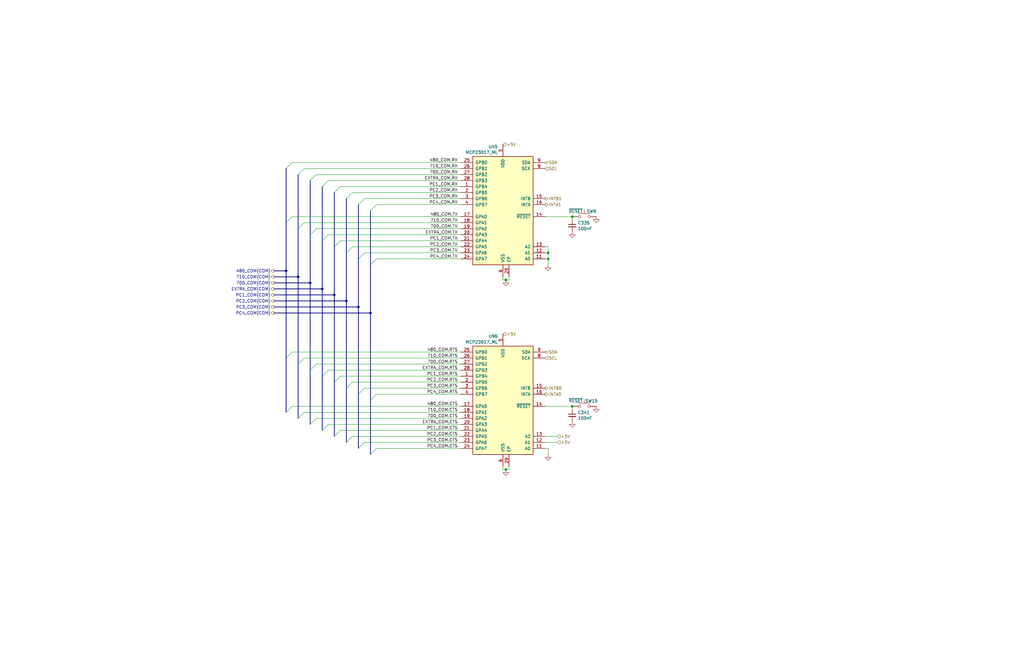
<source format=kicad_sch>
(kicad_sch (version 20250114) (generator "eeschema") (generator_version "9.0")
  (paper "B")
  (lib_symbols
    (symbol "Device:C_Small" (pin_numbers (hide yes)) (pin_names (offset 0.254) (hide yes))
      (property "Reference" "C" (at 0.254 1.778 0))
      (property "Value" "C_Small" (at 0.254 -2.032 0))
      (symbol "C_Small_0_1"
        (polyline (pts (xy -1.524 0.508) (xy 1.524 0.508)) (stroke (width 0.3048)))
        (polyline (pts (xy -1.524 -0.508) (xy 1.524 -0.508)) (stroke (width 0.3302)))
      )
      (symbol "C_Small_1_1"
        (pin passive line (at 0 2.54 270) (length 2.032) (name "~") (number "1"))
        (pin passive line (at 0 -2.54 90) (length 2.032) (name "~") (number "2"))
      )
    )
    (symbol "Interface_Expansion:MCP23017_ML" (pin_names (offset 1.016))
      (property "Reference" "U" (at -11.43 24.13 0))
      (property "Value" "MCP23017_ML" (at 0 0 0))
      (symbol "MCP23017_ML_0_1"
        (rectangle (start -12.7 22.86) (end 12.7 -22.86) (stroke (width 0.254)) (fill (type background)))
      )
      (symbol "MCP23017_ML_1_1"
        (pin bidirectional line (at -17.78 20.32 0) (length 5.08) (name "SDA") (number "9"))
        (pin input line (at -17.78 17.78 0) (length 5.08) (name "SCK") (number "8"))
        (pin tri_state line (at -17.78 5.08 0) (length 5.08) (name "INTB") (number "15"))
        (pin tri_state line (at -17.78 2.54 0) (length 5.08) (name "INTA") (number "16"))
        (pin input line (at -17.78 -2.54 0) (length 5.08) (name "~{RESET}") (number "14"))
        (pin input line (at -17.78 -15.24 0) (length 5.08) (name "A2") (number "13"))
        (pin input line (at -17.78 -17.78 0) (length 5.08) (name "A1") (number "12"))
        (pin input line (at -17.78 -20.32 0) (length 5.08) (name "A0") (number "11"))
        (pin no_connect line (at -12.7 15.24 0) (length 5.08) (hide yes) (name "NC") (number "7"))
        (pin no_connect line (at -12.7 12.7 0) (length 5.08) (hide yes) (name "NC") (number "10"))
        (pin passive line (at -2.54 -27.94 90) (length 5.08) (name "EP") (number "29"))
        (pin power_in line (at 0 27.94 270) (length 5.08) (name "VDD") (number "5"))
        (pin power_in line (at 0 -27.94 90) (length 5.08) (name "VSS") (number "6"))
        (pin bidirectional line (at 17.78 20.32 180) (length 5.08) (name "GPB0") (number "25"))
        (pin bidirectional line (at 17.78 17.78 180) (length 5.08) (name "GPB1") (number "26"))
        (pin bidirectional line (at 17.78 15.24 180) (length 5.08) (name "GPB2") (number "27"))
        (pin bidirectional line (at 17.78 12.7 180) (length 5.08) (name "GPB3") (number "28"))
        (pin bidirectional line (at 17.78 10.16 180) (length 5.08) (name "GPB4") (number "1"))
        (pin bidirectional line (at 17.78 7.62 180) (length 5.08) (name "GPB5") (number "2"))
        (pin bidirectional line (at 17.78 5.08 180) (length 5.08) (name "GPB6") (number "3"))
        (pin output line (at 17.78 2.54 180) (length 5.08) (name "GPB7") (number "4"))
        (pin bidirectional line (at 17.78 -2.54 180) (length 5.08) (name "GPA0") (number "17"))
        (pin bidirectional line (at 17.78 -5.08 180) (length 5.08) (name "GPA1") (number "18"))
        (pin bidirectional line (at 17.78 -7.62 180) (length 5.08) (name "GPA2") (number "19"))
        (pin bidirectional line (at 17.78 -10.16 180) (length 5.08) (name "GPA3") (number "20"))
        (pin bidirectional line (at 17.78 -12.7 180) (length 5.08) (name "GPA4") (number "21"))
        (pin bidirectional line (at 17.78 -15.24 180) (length 5.08) (name "GPA5") (number "22"))
        (pin bidirectional line (at 17.78 -17.78 180) (length 5.08) (name "GPA6") (number "23"))
        (pin output line (at 17.78 -20.32 180) (length 5.08) (name "GPA7") (number "24"))
      )
    )
    (symbol "Switch:SW_Push" (pin_numbers (hide yes)) (pin_names (offset 1.016) (hide yes))
      (property "Reference" "SW" (at 1.27 2.54 0))
      (property "Value" "SW_Push" (at 0 -1.524 0))
      (symbol "SW_Push_0_1"
        (circle (center -2.032 0) (radius 0.508))
        (polyline (pts (xy 0 1.27) (xy 0 3.048)))
        (circle (center 2.032 0) (radius 0.508))
        (polyline (pts (xy 2.54 1.27) (xy -2.54 1.27)))
        (pin passive line (at -5.08 0 0) (length 2.54) (name "1") (number "1"))
        (pin passive line (at 5.08 0 180) (length 2.54) (name "2") (number "2"))
      )
    )
    (symbol "power:GND" (power) (pin_numbers (hide yes)) (pin_names (offset 0) (hide yes))
      (property "Value" "GND" (at 0 -3.81 0))
      (symbol "GND_0_1"
        (polyline (pts (xy 0 0) (xy 0 -1.27) (xy 1.27 -1.27) (xy 0 -2.54) (xy -1.27 -1.27) (xy 0 -1.27)))
      )
      (symbol "GND_1_1"
        (pin power_in line (at 0 0 270) (length 0) (name "~") (number "1"))
      )
    )
  )
  (junction (at 231.14 106.68))
  (junction (at 241.3 91.44))
  (junction (at 120.65 114.3))
  (junction (at 135.89 121.92))
  (junction (at 140.97 124.46))
  (junction (at 213.36 198.12))
  (junction (at 130.81 119.38))
  (junction (at 156.21 132.08))
  (junction (at 231.14 109.22))
  (junction (at 125.73 116.84))
  (junction (at 146.05 127))
  (junction (at 151.13 129.54))
  (junction (at 241.3 171.45))
  (junction (at 213.36 118.11))
  (bus_entry (at 143.51 181.61) (size -2.54 2.54))
  (bus_entry (at 123.19 148.59) (size -2.54 2.54))
  (bus_entry (at 123.19 171.45) (size -2.54 2.54))
  (bus_entry (at 138.43 179.07) (size -2.54 2.54))
  (bus_entry (at 148.59 161.29) (size -2.54 2.54))
  (bus_entry (at 128.27 71.12) (size -2.54 2.54))
  (bus_entry (at 123.19 91.44) (size -2.54 2.54))
  (bus_entry (at 128.27 173.99) (size -2.54 2.54))
  (bus_entry (at 143.51 158.75) (size -2.54 2.54))
  (bus_entry (at 128.27 93.98) (size -2.54 2.54))
  (bus_entry (at 138.43 99.06) (size -2.54 2.54))
  (bus_entry (at 158.75 109.22) (size -2.54 2.54))
  (bus_entry (at 148.59 184.15) (size -2.54 2.54))
  (bus_entry (at 153.67 83.82) (size -2.54 2.54))
  (bus_entry (at 143.51 101.6) (size -2.54 2.54))
  (bus_entry (at 148.59 104.14) (size -2.54 2.54))
  (bus_entry (at 153.67 186.69) (size -2.54 2.54))
  (bus_entry (at 153.67 106.68) (size -2.54 2.54))
  (bus_entry (at 133.35 73.66) (size -2.54 2.54))
  (bus_entry (at 153.67 163.83) (size -2.54 2.54))
  (bus_entry (at 133.35 153.67) (size -2.54 2.54))
  (bus_entry (at 123.19 68.58) (size -2.54 2.54))
  (bus_entry (at 148.59 81.28) (size -2.54 2.54))
  (bus_entry (at 133.35 96.52) (size -2.54 2.54))
  (bus_entry (at 158.75 166.37) (size -2.54 2.54))
  (bus_entry (at 128.27 151.13) (size -2.54 2.54))
  (bus_entry (at 158.75 189.23) (size -2.54 2.54))
  (bus_entry (at 143.51 78.74) (size -2.54 2.54))
  (bus_entry (at 133.35 176.53) (size -2.54 2.54))
  (bus_entry (at 138.43 156.21) (size -2.54 2.54))
  (bus_entry (at 158.75 86.36) (size -2.54 2.54))
  (bus_entry (at 138.43 76.2) (size -2.54 2.54))
  (wire (pts (xy 133.35 153.67) (xy 194.31 153.67)))
  (wire (pts (xy 138.43 76.2) (xy 194.31 76.2)))
  (wire (pts (xy 138.43 156.21) (xy 194.31 156.21)))
  (bus (pts (xy 146.05 106.68) (xy 146.05 127)))
  (bus (pts (xy 156.21 168.91) (xy 156.21 191.77)))
  (wire (pts (xy 143.51 158.75) (xy 194.31 158.75)))
  (bus (pts (xy 130.81 119.38) (xy 130.81 99.06)))
  (bus (pts (xy 151.13 166.37) (xy 151.13 189.23)))
  (bus (pts (xy 156.21 111.76) (xy 156.21 132.08)))
  (wire (pts (xy 214.63 116.84) (xy 214.63 118.11)))
  (wire (pts (xy 153.67 83.82) (xy 194.31 83.82)))
  (wire (pts (xy 241.3 91.44) (xy 241.3 92.71)))
  (wire (pts (xy 123.19 68.58) (xy 194.31 68.58)))
  (wire (pts (xy 148.59 161.29) (xy 194.31 161.29)))
  (wire (pts (xy 231.14 189.23) (xy 229.87 189.23)))
  (wire (pts (xy 133.35 73.66) (xy 194.31 73.66)))
  (bus (pts (xy 146.05 163.83) (xy 146.05 186.69)))
  (wire (pts (xy 123.19 148.59) (xy 194.31 148.59)))
  (bus (pts (xy 120.65 114.3) (xy 120.65 151.13)))
  (wire (pts (xy 138.43 99.06) (xy 194.31 99.06)))
  (wire (pts (xy 143.51 101.6) (xy 194.31 101.6)))
  (wire (pts (xy 128.27 93.98) (xy 194.31 93.98)))
  (wire (pts (xy 123.19 171.45) (xy 194.31 171.45)))
  (bus (pts (xy 151.13 86.36) (xy 151.13 109.22)))
  (bus (pts (xy 125.73 116.84) (xy 125.73 153.67)))
  (wire (pts (xy 231.14 191.77) (xy 231.14 189.23)))
  (bus (pts (xy 120.65 93.98) (xy 120.65 114.3)))
  (wire (pts (xy 153.67 163.83) (xy 194.31 163.83)))
  (wire (pts (xy 143.51 78.74) (xy 194.31 78.74)))
  (wire (pts (xy 213.36 198.12) (xy 214.63 198.12)))
  (wire (pts (xy 231.14 106.68) (xy 229.87 106.68)))
  (wire (pts (xy 231.14 106.68) (xy 231.14 104.14)))
  (bus (pts (xy 115.57 116.84) (xy 125.73 116.84)))
  (wire (pts (xy 212.09 118.11) (xy 213.36 118.11)))
  (wire (pts (xy 231.14 104.14) (xy 229.87 104.14)))
  (wire (pts (xy 133.35 176.53) (xy 194.31 176.53)))
  (wire (pts (xy 148.59 104.14) (xy 194.31 104.14)))
  (wire (pts (xy 212.09 116.84) (xy 212.09 118.11)))
  (wire (pts (xy 231.14 109.22) (xy 231.14 106.68)))
  (bus (pts (xy 115.57 132.08) (xy 156.21 132.08)))
  (bus (pts (xy 146.05 127) (xy 146.05 163.83)))
  (bus (pts (xy 130.81 119.38) (xy 130.81 156.21)))
  (bus (pts (xy 140.97 124.46) (xy 140.97 161.29)))
  (wire (pts (xy 158.75 166.37) (xy 194.31 166.37)))
  (wire (pts (xy 214.63 196.85) (xy 214.63 198.12)))
  (wire (pts (xy 128.27 151.13) (xy 194.31 151.13)))
  (bus (pts (xy 140.97 104.14) (xy 140.97 81.28)))
  (wire (pts (xy 158.75 109.22) (xy 194.31 109.22)))
  (wire (pts (xy 212.09 196.85) (xy 212.09 198.12)))
  (wire (pts (xy 148.59 184.15) (xy 194.31 184.15)))
  (bus (pts (xy 135.89 121.92) (xy 135.89 101.6)))
  (wire (pts (xy 241.3 171.45) (xy 241.3 172.72)))
  (bus (pts (xy 125.73 96.52) (xy 125.73 73.66)))
  (bus (pts (xy 140.97 124.46) (xy 140.97 104.14)))
  (wire (pts (xy 241.3 91.44) (xy 229.87 91.44)))
  (wire (pts (xy 213.36 118.11) (xy 214.63 118.11)))
  (wire (pts (xy 128.27 71.12) (xy 194.31 71.12)))
  (wire (pts (xy 158.75 86.36) (xy 194.31 86.36)))
  (wire (pts (xy 138.43 179.07) (xy 194.31 179.07)))
  (bus (pts (xy 125.73 116.84) (xy 125.73 96.52)))
  (bus (pts (xy 140.97 184.15) (xy 140.97 161.29)))
  (wire (pts (xy 128.27 173.99) (xy 194.31 173.99)))
  (wire (pts (xy 158.75 189.23) (xy 194.31 189.23)))
  (wire (pts (xy 234.95 186.69) (xy 229.87 186.69)))
  (bus (pts (xy 146.05 83.82) (xy 146.05 106.68)))
  (bus (pts (xy 115.57 127) (xy 146.05 127)))
  (bus (pts (xy 125.73 153.67) (xy 125.73 176.53)))
  (bus (pts (xy 151.13 129.54) (xy 151.13 166.37)))
  (wire (pts (xy 241.3 171.45) (xy 229.87 171.45)))
  (bus (pts (xy 115.57 119.38) (xy 130.81 119.38)))
  (wire (pts (xy 143.51 181.61) (xy 194.31 181.61)))
  (bus (pts (xy 115.57 114.3) (xy 120.65 114.3)))
  (wire (pts (xy 234.95 184.15) (xy 229.87 184.15)))
  (bus (pts (xy 135.89 158.75) (xy 135.89 181.61)))
  (wire (pts (xy 123.19 91.44) (xy 194.31 91.44)))
  (wire (pts (xy 153.67 186.69) (xy 194.31 186.69)))
  (bus (pts (xy 151.13 109.22) (xy 151.13 129.54)))
  (wire (pts (xy 231.14 109.22) (xy 229.87 109.22)))
  (bus (pts (xy 120.65 173.99) (xy 120.65 151.13)))
  (bus (pts (xy 135.89 101.6) (xy 135.89 78.74)))
  (wire (pts (xy 148.59 81.28) (xy 194.31 81.28)))
  (bus (pts (xy 115.57 124.46) (xy 140.97 124.46)))
  (bus (pts (xy 130.81 156.21) (xy 130.81 179.07)))
  (wire (pts (xy 212.09 198.12) (xy 213.36 198.12)))
  (bus (pts (xy 120.65 93.98) (xy 120.65 71.12)))
  (wire (pts (xy 133.35 96.52) (xy 194.31 96.52)))
  (bus (pts (xy 115.57 129.54) (xy 151.13 129.54)))
  (bus (pts (xy 156.21 132.08) (xy 156.21 168.91)))
  (wire (pts (xy 153.67 106.68) (xy 194.31 106.68)))
  (wire (pts (xy 231.14 111.76) (xy 231.14 109.22)))
  (bus (pts (xy 115.57 121.92) (xy 135.89 121.92)))
  (bus (pts (xy 130.81 99.06) (xy 130.81 76.2)))
  (bus (pts (xy 135.89 121.92) (xy 135.89 158.75)))
  (bus (pts (xy 156.21 88.9) (xy 156.21 111.76)))
  (label "PC2_COM.RTS" (at 193.04 161.29 180))
  (label "700_COM.CTS" (at 193.04 176.53 180))
  (label "710_COM.TX" (at 193.04 93.98 180))
  (label "700_COM.RX" (at 193.04 73.66 180))
  (label "480_COM.RTS" (at 193.04 148.59 180))
  (label "PC1_COM.RX" (at 193.04 78.74 180))
  (label "PC3_COM.RTS" (at 193.04 163.83 180))
  (label "PC2_COM.RX" (at 193.04 81.28 180))
  (label "PC4_COM.RTS" (at 193.04 166.37 180))
  (label "710_COM.RX" (at 193.04 71.12 180))
  (label "700_COM.TX" (at 193.04 96.52 180))
  (label "PC4_COM.TX" (at 193.04 109.22 180))
  (label "PC3_COM.CTS" (at 193.04 186.69 180))
  (label "PC1_COM.CTS" (at 193.04 181.61 180))
  (label "PC2_COM.CTS" (at 193.04 184.15 180))
  (label "710_COM.CTS" (at 193.04 173.99 180))
  (label "EXTRA_COM.RTS" (at 193.04 156.21 180))
  (label "EXTRA_COM.RX" (at 193.04 76.2 180))
  (label "EXTRA_COM.TX" (at 193.04 99.06 180))
  (label "EXTRA_COM.CTS" (at 193.04 179.07 180))
  (label "PC3_COM.TX" (at 193.04 106.68 180))
  (label "PC2_COM.TX" (at 193.04 104.14 180))
  (label "480_COM.CTS" (at 193.04 171.45 180))
  (label "PC4_COM.RX" (at 193.04 86.36 180))
  (label "PC1_COM.TX" (at 193.04 101.6 180))
  (label "PC4_COM.CTS" (at 193.04 189.23 180))
  (label "PC3_COM.RX" (at 193.04 83.82 180))
  (label "710_COM.RTS" (at 193.04 151.13 180))
  (label "480_COM.TX" (at 193.04 91.44 180))
  (label "PC1_COM.RTS" (at 193.04 158.75 180))
  (label "700_COM.RTS" (at 193.04 153.67 180))
  (label "480_COM.RX" (at 193.04 68.58 180))
  (hierarchical_label "INTA0" (shape output) (at 229.87 166.37 0))
  (hierarchical_label "SCL" (shape input) (at 229.87 151.13 0))
  (hierarchical_label "EXTRA_COM{COM}" (shape output) (at 115.57 121.92 180))
  (hierarchical_label "700_COM{COM}" (shape output) (at 115.57 119.38 180))
  (hierarchical_label "INTB0" (shape output) (at 229.87 163.83 0))
  (hierarchical_label "+5V" (shape input) (at 212.09 140.97 0))
  (hierarchical_label "480_COM{COM}" (shape output) (at 115.57 114.3 180))
  (hierarchical_label "SCL" (shape input) (at 229.87 71.12 0))
  (hierarchical_label "INTB1" (shape output) (at 229.87 83.82 0))
  (hierarchical_label "PC3_COM{COM}" (shape output) (at 115.57 129.54 180))
  (hierarchical_label "+5V" (shape input) (at 234.95 184.15 0))
  (hierarchical_label "PC4_COM{COM}" (shape output) (at 115.57 132.08 180))
  (hierarchical_label "SDA" (shape bidirectional) (at 229.87 68.58 0))
  (hierarchical_label "PC1_COM{COM}" (shape output) (at 115.57 124.46 180))
  (hierarchical_label "710_COM{COM}" (shape output) (at 115.57 116.84 180))
  (hierarchical_label "+5V" (shape input) (at 212.09 60.96 0))
  (hierarchical_label "PC2_COM{COM}" (shape output) (at 115.57 127 180))
  (hierarchical_label "SDA" (shape bidirectional) (at 229.87 148.59 0))
  (hierarchical_label "+5V" (shape input) (at 234.95 186.69 0))
  (hierarchical_label "INTA1" (shape output) (at 229.87 86.36 0))
  (symbol (lib_id "power:GND") (at 213.36 198.12 0) (mirror y) (unit 1)
    (property "Reference" "#PWR0552" (effects (hide yes)))
    (property "Value" "GND" (effects (hide yes)))
    (property "Description" "Power symbol creates a global label with name \"GND\" , ground" (effects (hide yes)))
  )
  (symbol (lib_id "Interface_Expansion:MCP23017_ML") (at 212.09 88.9 0) (mirror y) (unit 1)
    (property "Reference" "U45" (at 209.9467 61.8955 0) (effects (justify left)))
    (property "Value" "MCP23017_ML" (at 209.9467 64.3198 0) (effects (justify left)))
    (property "Footprint" "Package_DFN_QFN:QFN-28-1EP_6x6mm_P0.65mm_EP4.25x4.25mm" (effects (hide yes)))
    (property "Datasheet" "https://ww1.microchip.com/downloads/aemDocuments/documents/APID/ProductDocuments/DataSheets/MCP23017-Data-Sheet-DS20001952.pdf" (effects (hide yes)))
    (property "Description" "16-bit I/O expander, I2C, interrupts, w pull-ups, GPA/B7 output only (https://microchip.my.site.com/s/article/GPA7---GPB7-Cannot-Be-Used-as-Inputs-In-MCP23017), QFN-28" (effects (hide yes)))
  )
  (symbol (lib_id "Switch:SW_Push") (at 246.38 171.45 0) (mirror y) (unit 1)
    (property "Reference" "SW15" (at 249.428 169.164 0))
    (property "Value" "~{RESET}" (at 242.824 169.164 0))
    (property "Footprint" "Button_Switch_SMD:SW_SPST_TL3342" (effects (hide yes)))
    (property "Description" "Push button switch, generic, two pins" (effects (hide yes)))
  )
  (symbol (lib_id "power:GND") (at 213.36 118.11 0) (mirror y) (unit 1)
    (property "Reference" "#PWR0528" (effects (hide yes)))
    (property "Value" "GND" (effects (hide yes)))
    (property "Description" "Power symbol creates a global label with name \"GND\" , ground" (effects (hide yes)))
  )
  (symbol (lib_id "Device:C_Small") (at 241.3 95.25 0) (unit 1)
    (property "Reference" "C335" (at 243.6241 94.0441 0) (effects (justify left)))
    (property "Value" "100nF" (at 243.6241 96.4684 0) (effects (justify left)))
    (property "Description" "Unpolarized capacitor, small symbol" (effects (hide yes)))
  )
  (symbol (lib_id "power:GND") (at 251.46 171.45 0) (mirror y) (unit 1)
    (property "Reference" "#PWR0549" (effects (hide yes)))
    (property "Value" "GND" (effects (hide yes)))
    (property "Description" "Power symbol creates a global label with name \"GND\" , ground" (effects (hide yes)))
  )
  (symbol (lib_id "power:GND") (at 241.3 97.79 0) (mirror y) (unit 1)
    (property "Reference" "#PWR0526" (effects (hide yes)))
    (property "Value" "GND" (effects (hide yes)))
    (property "Description" "Power symbol creates a global label with name \"GND\" , ground" (effects (hide yes)))
  )
  (symbol (lib_id "power:GND") (at 231.14 191.77 0) (mirror y) (unit 1)
    (property "Reference" "#PWR0551" (effects (hide yes)))
    (property "Value" "GND" (effects (hide yes)))
    (property "Description" "Power symbol creates a global label with name \"GND\" , ground" (effects (hide yes)))
  )
  (symbol (lib_id "power:GND") (at 251.46 91.44 0) (mirror y) (unit 1)
    (property "Reference" "#PWR0525" (effects (hide yes)))
    (property "Value" "GND" (effects (hide yes)))
    (property "Description" "Power symbol creates a global label with name \"GND\" , ground" (effects (hide yes)))
  )
  (symbol (lib_id "power:GND") (at 231.14 111.76 0) (mirror y) (unit 1)
    (property "Reference" "#PWR0527" (effects (hide yes)))
    (property "Value" "GND" (effects (hide yes)))
    (property "Description" "Power symbol creates a global label with name \"GND\" , ground" (effects (hide yes)))
  )
  (symbol (lib_id "Switch:SW_Push") (at 246.38 91.44 0) (mirror y) (unit 1)
    (property "Reference" "SW9" (at 249.428 89.154 0))
    (property "Value" "~{RESET}" (at 242.824 89.154 0))
    (property "Footprint" "Button_Switch_SMD:SW_SPST_TL3342" (effects (hide yes)))
    (property "Description" "Push button switch, generic, two pins" (effects (hide yes)))
  )
  (symbol (lib_id "Interface_Expansion:MCP23017_ML") (at 212.09 168.91 0) (mirror y) (unit 1)
    (property "Reference" "U96" (at 209.9467 141.9055 0) (effects (justify left)))
    (property "Value" "MCP23017_ML" (at 209.9467 144.3298 0) (effects (justify left)))
    (property "Footprint" "Package_DFN_QFN:QFN-28-1EP_6x6mm_P0.65mm_EP4.25x4.25mm" (effects (hide yes)))
    (property "Datasheet" "https://ww1.microchip.com/downloads/aemDocuments/documents/APID/ProductDocuments/DataSheets/MCP23017-Data-Sheet-DS20001952.pdf" (effects (hide yes)))
    (property "Description" "16-bit I/O expander, I2C, interrupts, w pull-ups, GPA/B7 output only (https://microchip.my.site.com/s/article/GPA7---GPB7-Cannot-Be-Used-as-Inputs-In-MCP23017), QFN-28" (effects (hide yes)))
  )
  (symbol (lib_id "power:GND") (at 241.3 177.8 0) (mirror y) (unit 1)
    (property "Reference" "#PWR0550" (effects (hide yes)))
    (property "Value" "GND" (effects (hide yes)))
    (property "Description" "Power symbol creates a global label with name \"GND\" , ground" (effects (hide yes)))
  )
  (symbol (lib_id "Device:C_Small") (at 241.3 175.26 0) (unit 1)
    (property "Reference" "C341" (at 243.6241 174.0541 0) (effects (justify left)))
    (property "Value" "100nF" (at 243.6241 176.4784 0) (effects (justify left)))
    (property "Description" "Unpolarized capacitor, small symbol" (effects (hide yes)))
  )
)
</source>
